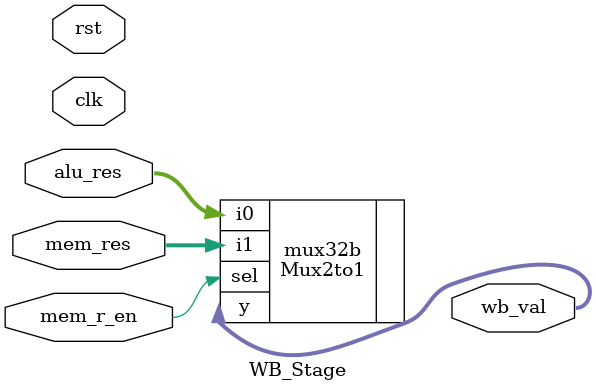
<source format=v>
module WB_Stage (
    clk, rst,
    mem_r_en,
    alu_res, mem_res,
    wb_val
);
    input clk, rst;
    input mem_r_en;
    input [31:0] alu_res, mem_res;
    output [31:0] wb_val;

    Mux2to1 #(.N(32))
        mux32b (
            .i0(alu_res),
            .i1(mem_res),
            .sel(mem_r_en),
            .y(wb_val)
        );
endmodule
</source>
